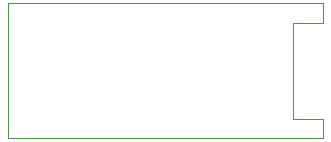
<source format=gm1>
%TF.GenerationSoftware,KiCad,Pcbnew,(5.1.12)-1*%
%TF.CreationDate,2022-05-01T00:00:51+01:00*%
%TF.ProjectId,wiicam,77696963-616d-42e6-9b69-6361645f7063,rev?*%
%TF.SameCoordinates,Original*%
%TF.FileFunction,Profile,NP*%
%FSLAX46Y46*%
G04 Gerber Fmt 4.6, Leading zero omitted, Abs format (unit mm)*
G04 Created by KiCad (PCBNEW (5.1.12)-1) date 2022-05-01 00:00:51*
%MOMM*%
%LPD*%
G01*
G04 APERTURE LIST*
%TA.AperFunction,Profile*%
%ADD10C,0.050000*%
%TD*%
G04 APERTURE END LIST*
D10*
X167640000Y-128460000D02*
X167640000Y-130125000D01*
X167640000Y-118695000D02*
X167640000Y-120360000D01*
X165100000Y-128460000D02*
X167640000Y-128460000D01*
X165100000Y-120360000D02*
X167640000Y-120360000D01*
X167640000Y-118695000D02*
X140970000Y-118695000D01*
X165100000Y-128460000D02*
X165100000Y-120360000D01*
X140970000Y-118695000D02*
X140970000Y-130125000D01*
X140970000Y-130125000D02*
X167640000Y-130125000D01*
M02*

</source>
